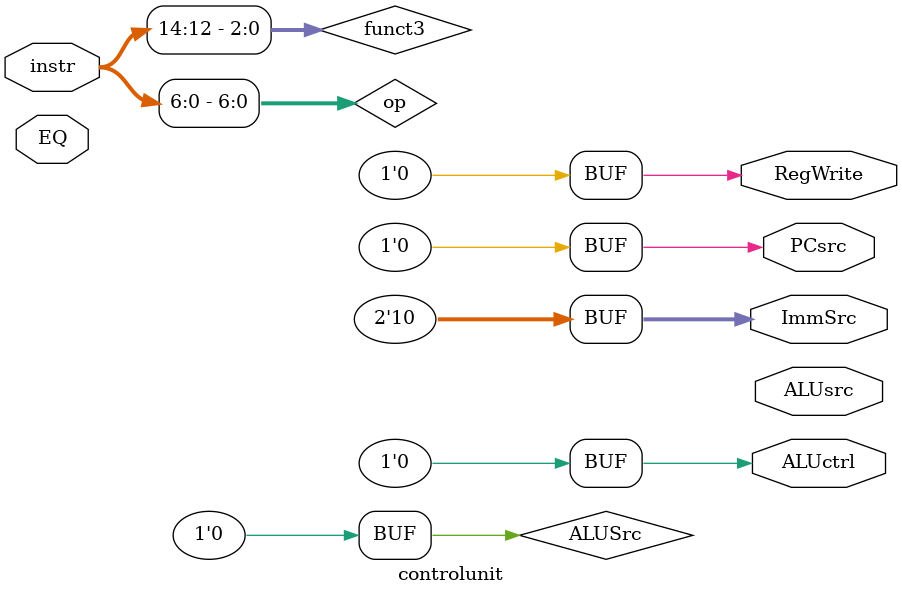
<source format=sv>
module controlunit #(
    parameter DATA_WIDTH = 32
) (
   input logic [DATA_WIDTH-1:0] instr,
   input logic EQ,
   output logic ALUctrl,
   output logic ALUsrc,
   output logic [1:0] ImmSrc,
   output logic PCsrc,
   output logic RegWrite
);

logic [6:0] op;
logic [2:0] funct3;

always_comb begin
    op <= instr[6:0];
    funct3 <= instr[14:12];

    case(op)
        7'b0010011: begin
            case(funct3)
                3'b000: begin        //addi operation
                    PCsrc = 0;
                    ImmSrc = 2'b00;
                    ALUSrc = 1;
                    ALUctrl = 0;
                    RegWrite = 1;
                end

                default: begin
                    PCsrc = 0;
                    ImmSrc = 2'b00;
                    ALUSrc = 1;
                    ALUctrl = 0;
                    RegWrite = 0;
                end
            endcase
        end

        7'b1100011: begin
            case(funct3)
                3'b001: begin       //bne operation
                    PCsrc = 1;
                    ImmSrc = 2'b10;
                    ALUSrc = 0;
                    ALUctrl = 1;
                    RegWrite = 0;
                end

                default: begin
                    PCsrc = 0;
                    ImmSrc = 2'b10;
                    ALUSrc = 1;
                    ALUctrl = 0;
                    RegWrite = 0;
                end
            endcase
        end

        default: begin
            RegWrite = 0;
            ImmSrc = 2'b10;
            ALUSrc = 0;
            ALUctrl = 0;
            PCsrc = 0;
        end
    endcase
end

endmodule

// Control Unit is not clocked and decodes the instruction to provide control signals to various modules
</source>
